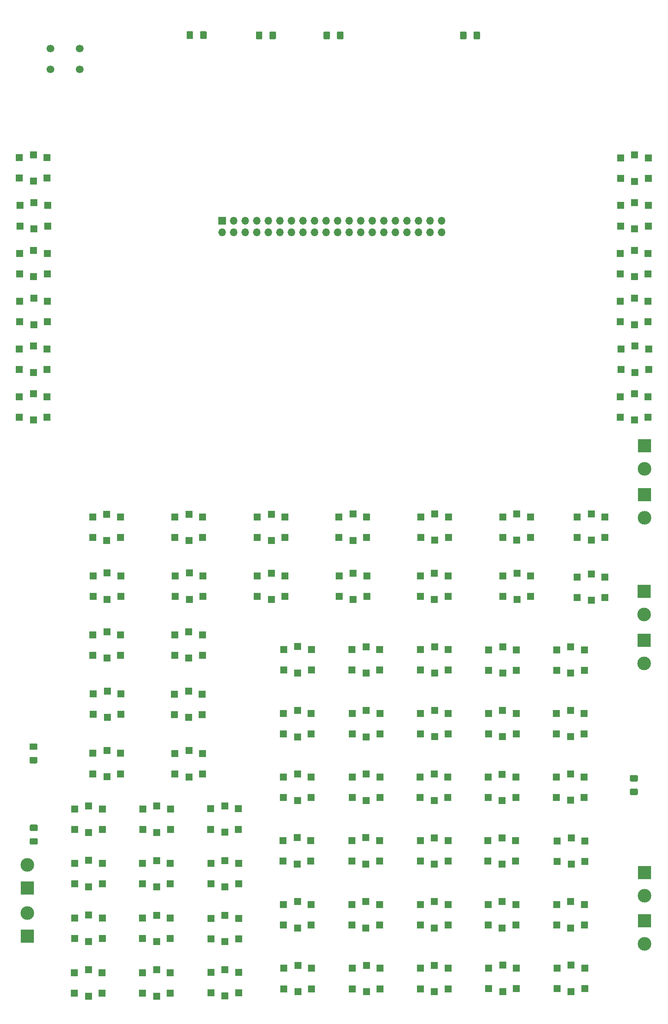
<source format=gbr>
%TF.GenerationSoftware,KiCad,Pcbnew,(5.1.9)-1*%
%TF.CreationDate,2021-06-15T23:19:55+02:00*%
%TF.ProjectId,opena3xx-mcdu,6f70656e-6133-4787-982d-6d6364752e6b,0.1*%
%TF.SameCoordinates,Original*%
%TF.FileFunction,Copper,L1,Top*%
%TF.FilePolarity,Positive*%
%FSLAX46Y46*%
G04 Gerber Fmt 4.6, Leading zero omitted, Abs format (unit mm)*
G04 Created by KiCad (PCBNEW (5.1.9)-1) date 2021-06-15 23:19:55*
%MOMM*%
%LPD*%
G01*
G04 APERTURE LIST*
%TA.AperFunction,ComponentPad*%
%ADD10R,1.524000X1.524000*%
%TD*%
%TA.AperFunction,ComponentPad*%
%ADD11C,3.000000*%
%TD*%
%TA.AperFunction,ComponentPad*%
%ADD12R,3.000000X3.000000*%
%TD*%
%TA.AperFunction,ComponentPad*%
%ADD13C,1.700000*%
%TD*%
%TA.AperFunction,ComponentPad*%
%ADD14O,1.700000X1.700000*%
%TD*%
%TA.AperFunction,ComponentPad*%
%ADD15R,1.700000X1.700000*%
%TD*%
G04 APERTURE END LIST*
D10*
%TO.P,SW74,*%
%TO.N,*%
X207048600Y-161327600D03*
%TO.P,SW74,1*%
%TO.N,Net-(J9-Pad1)*%
X213148600Y-161327600D03*
%TO.P,SW74,*%
%TO.N,*%
X207048600Y-165827600D03*
%TO.P,SW74,2*%
%TO.N,Net-(J9-Pad2)*%
X213148600Y-165827600D03*
%TO.P,SW74,3*%
%TO.N,N/C*%
X210148600Y-160677600D03*
%TO.P,SW74,4*%
X210148600Y-166477600D03*
%TD*%
D11*
%TO.P,J9,2*%
%TO.N,Net-(J9-Pad2)*%
X310261000Y-167589200D03*
D12*
%TO.P,J9,1*%
%TO.N,Net-(J9-Pad1)*%
X310261000Y-162509200D03*
%TD*%
D10*
%TO.P,SW73,*%
%TO.N,*%
X279184600Y-135419600D03*
%TO.P,SW73,1*%
%TO.N,Net-(J8-Pad1)*%
X285284600Y-135419600D03*
%TO.P,SW73,*%
%TO.N,*%
X279184600Y-139919600D03*
%TO.P,SW73,2*%
%TO.N,Net-(J8-Pad2)*%
X285284600Y-139919600D03*
%TO.P,SW73,3*%
%TO.N,N/C*%
X282284600Y-134769600D03*
%TO.P,SW73,4*%
X282284600Y-140569600D03*
%TD*%
%TO.P,SW17,4*%
%TO.N,Net-(SW17-Pad4)*%
X264250600Y-140570000D03*
%TO.P,SW17,3*%
%TO.N,Net-(SW16-Pad4)*%
X264250600Y-134770000D03*
%TO.P,SW17,2*%
%TO.N,GND*%
X267250600Y-139920000D03*
%TO.P,SW17,*%
%TO.N,*%
X261150600Y-139920000D03*
%TO.P,SW17,1*%
%TO.N,/BUS1-0*%
X267250600Y-135420000D03*
%TO.P,SW17,*%
%TO.N,*%
X261150600Y-135420000D03*
%TD*%
D11*
%TO.P,J8,2*%
%TO.N,Net-(J8-Pad2)*%
X310261000Y-156895800D03*
D12*
%TO.P,J8,1*%
%TO.N,Net-(J8-Pad1)*%
X310261000Y-151815800D03*
%TD*%
D10*
%TO.P,SW3,4*%
%TO.N,Net-(R13-Pad1)*%
X176026240Y-82657600D03*
%TO.P,SW3,3*%
%TO.N,Net-(SW2-Pad4)*%
X176026240Y-76857600D03*
%TO.P,SW3,2*%
%TO.N,GND*%
X179026240Y-82007600D03*
%TO.P,SW3,*%
%TO.N,*%
X172926240Y-82007600D03*
%TO.P,SW3,1*%
%TO.N,/BUS0-2*%
X179026240Y-77507600D03*
%TO.P,SW3,*%
%TO.N,*%
X172926240Y-77507600D03*
%TD*%
%TO.P,SW72,4*%
%TO.N,Net-(R44-Pad1)*%
X298693000Y-153777600D03*
%TO.P,SW72,3*%
%TO.N,Net-(SW71-Pad4)*%
X298693000Y-147977600D03*
%TO.P,SW72,2*%
%TO.N,Net-(J7-Pad2)*%
X301693000Y-153127600D03*
%TO.P,SW72,*%
%TO.N,*%
X295593000Y-153127600D03*
%TO.P,SW72,1*%
%TO.N,Net-(J7-Pad1)*%
X301693000Y-148627600D03*
%TO.P,SW72,*%
%TO.N,*%
X295593000Y-148627600D03*
%TD*%
%TO.P,SW71,4*%
%TO.N,Net-(SW71-Pad4)*%
X298693000Y-140569600D03*
%TO.P,SW71,3*%
%TO.N,+12V*%
X298693000Y-134769600D03*
%TO.P,SW71,2*%
%TO.N,Net-(J6-Pad2)*%
X301693000Y-139919600D03*
%TO.P,SW71,*%
%TO.N,*%
X295593000Y-139919600D03*
%TO.P,SW71,1*%
%TO.N,Net-(J6-Pad1)*%
X301693000Y-135419600D03*
%TO.P,SW71,*%
%TO.N,*%
X295593000Y-135419600D03*
%TD*%
D11*
%TO.P,J7,2*%
%TO.N,Net-(J7-Pad2)*%
X310349900Y-124841000D03*
D12*
%TO.P,J7,1*%
%TO.N,Net-(J7-Pad1)*%
X310349900Y-119761000D03*
%TD*%
D11*
%TO.P,J6,2*%
%TO.N,Net-(J6-Pad2)*%
X310349900Y-135636000D03*
D12*
%TO.P,J6,1*%
%TO.N,Net-(J6-Pad1)*%
X310349900Y-130556000D03*
%TD*%
D10*
%TO.P,SW25,4*%
%TO.N,Net-(SW25-Pad4)*%
X188152600Y-204755000D03*
%TO.P,SW25,3*%
%TO.N,+12V*%
X188152600Y-198955000D03*
%TO.P,SW25,2*%
%TO.N,GND*%
X191152600Y-204105000D03*
%TO.P,SW25,*%
%TO.N,*%
X185052600Y-204105000D03*
%TO.P,SW25,1*%
%TO.N,/BUS1-8*%
X191152600Y-199605000D03*
%TO.P,SW25,*%
%TO.N,*%
X185052600Y-199605000D03*
%TD*%
D13*
%TO.P,SW100,1*%
%TO.N,GND*%
X179705000Y-37033200D03*
%TO.P,SW100,2*%
X186205000Y-37033200D03*
%TO.P,SW100,3*%
%TO.N,RESET_SWITCH*%
X179705000Y-32533200D03*
%TO.P,SW100,4*%
X186205000Y-32533200D03*
%TD*%
D10*
%TO.P,SW70,4*%
%TO.N,Net-(R36-Pad1)*%
X192139600Y-192538000D03*
%TO.P,SW70,3*%
%TO.N,+12V*%
X192139600Y-186738000D03*
%TO.P,SW70,2*%
%TO.N,GND*%
X195139600Y-191888000D03*
%TO.P,SW70,*%
%TO.N,*%
X189039600Y-191888000D03*
%TO.P,SW70,1*%
%TO.N,/BUS4-5*%
X195139600Y-187388000D03*
%TO.P,SW70,*%
%TO.N,*%
X189039600Y-187388000D03*
%TD*%
%TO.P,SW69,4*%
%TO.N,Net-(R35-Pad1)*%
X192241600Y-179482000D03*
%TO.P,SW69,3*%
%TO.N,Net-(SW68-Pad4)*%
X192241600Y-173682000D03*
%TO.P,SW69,2*%
%TO.N,GND*%
X195241600Y-178832000D03*
%TO.P,SW69,*%
%TO.N,*%
X189141600Y-178832000D03*
%TO.P,SW69,1*%
%TO.N,/BUS4-4*%
X195241600Y-174332000D03*
%TO.P,SW69,*%
%TO.N,*%
X189141600Y-174332000D03*
%TD*%
%TO.P,SW68,4*%
%TO.N,Net-(SW68-Pad4)*%
X210199600Y-192563000D03*
%TO.P,SW68,3*%
%TO.N,Net-(SW67-Pad4)*%
X210199600Y-186763000D03*
%TO.P,SW68,2*%
%TO.N,GND*%
X213199600Y-191913000D03*
%TO.P,SW68,*%
%TO.N,*%
X207099600Y-191913000D03*
%TO.P,SW68,1*%
%TO.N,/BUS4-3*%
X213199600Y-187413000D03*
%TO.P,SW68,*%
%TO.N,*%
X207099600Y-187413000D03*
%TD*%
%TO.P,SW67,4*%
%TO.N,Net-(SW67-Pad4)*%
X210123600Y-179508000D03*
%TO.P,SW67,3*%
%TO.N,+12V*%
X210123600Y-173708000D03*
%TO.P,SW67,2*%
%TO.N,GND*%
X213123600Y-178858000D03*
%TO.P,SW67,*%
%TO.N,*%
X207023600Y-178858000D03*
%TO.P,SW67,1*%
%TO.N,/BUS4-2*%
X213123600Y-174358000D03*
%TO.P,SW67,*%
%TO.N,*%
X207023600Y-174358000D03*
%TD*%
%TO.P,SW66,4*%
%TO.N,Net-(R34-Pad1)*%
X294222600Y-239757000D03*
%TO.P,SW66,3*%
%TO.N,Net-(SW65-Pad4)*%
X294222600Y-233957000D03*
%TO.P,SW66,2*%
%TO.N,GND*%
X297222600Y-239107000D03*
%TO.P,SW66,*%
%TO.N,*%
X291122600Y-239107000D03*
%TO.P,SW66,1*%
%TO.N,/BUS4-1*%
X297222600Y-234607000D03*
%TO.P,SW66,*%
%TO.N,*%
X291122600Y-234607000D03*
%TD*%
%TO.P,SW65,4*%
%TO.N,Net-(SW65-Pad4)*%
X279185600Y-239757000D03*
%TO.P,SW65,3*%
%TO.N,Net-(SW64-Pad4)*%
X279185600Y-233957000D03*
%TO.P,SW65,2*%
%TO.N,GND*%
X282185600Y-239107000D03*
%TO.P,SW65,*%
%TO.N,*%
X276085600Y-239107000D03*
%TO.P,SW65,1*%
%TO.N,/BUS4-0*%
X282185600Y-234607000D03*
%TO.P,SW65,*%
%TO.N,*%
X276085600Y-234607000D03*
%TD*%
%TO.P,SW64,4*%
%TO.N,Net-(SW64-Pad4)*%
X264174600Y-239782000D03*
%TO.P,SW64,3*%
%TO.N,+12V*%
X264174600Y-233982000D03*
%TO.P,SW64,2*%
%TO.N,GND*%
X267174600Y-239132000D03*
%TO.P,SW64,*%
%TO.N,*%
X261074600Y-239132000D03*
%TO.P,SW64,1*%
%TO.N,/BUS3-15*%
X267174600Y-234632000D03*
%TO.P,SW64,*%
%TO.N,*%
X261074600Y-234632000D03*
%TD*%
%TO.P,SW63,4*%
%TO.N,Net-(R33-Pad1)*%
X249213600Y-239782000D03*
%TO.P,SW63,3*%
%TO.N,Net-(SW62-Pad4)*%
X249213600Y-233982000D03*
%TO.P,SW63,2*%
%TO.N,GND*%
X252213600Y-239132000D03*
%TO.P,SW63,*%
%TO.N,*%
X246113600Y-239132000D03*
%TO.P,SW63,1*%
%TO.N,/BUS3-14*%
X252213600Y-234632000D03*
%TO.P,SW63,*%
%TO.N,*%
X246113600Y-234632000D03*
%TD*%
%TO.P,SW62,4*%
%TO.N,Net-(SW62-Pad4)*%
X234151600Y-239782000D03*
%TO.P,SW62,3*%
%TO.N,Net-(SW61-Pad4)*%
X234151600Y-233982000D03*
%TO.P,SW62,2*%
%TO.N,GND*%
X237151600Y-239132000D03*
%TO.P,SW62,*%
%TO.N,*%
X231051600Y-239132000D03*
%TO.P,SW62,1*%
%TO.N,/BUS3-13*%
X237151600Y-234632000D03*
%TO.P,SW62,*%
%TO.N,*%
X231051600Y-234632000D03*
%TD*%
%TO.P,SW61,4*%
%TO.N,Net-(SW61-Pad4)*%
X294146600Y-225787000D03*
%TO.P,SW61,3*%
%TO.N,+12V*%
X294146600Y-219987000D03*
%TO.P,SW61,2*%
%TO.N,GND*%
X297146600Y-225137000D03*
%TO.P,SW61,*%
%TO.N,*%
X291046600Y-225137000D03*
%TO.P,SW61,1*%
%TO.N,/BUS3-12*%
X297146600Y-220637000D03*
%TO.P,SW61,*%
%TO.N,*%
X291046600Y-220637000D03*
%TD*%
%TO.P,SW60,4*%
%TO.N,Net-(R32-Pad1)*%
X279058600Y-225761000D03*
%TO.P,SW60,3*%
%TO.N,Net-(SW59-Pad4)*%
X279058600Y-219961000D03*
%TO.P,SW60,2*%
%TO.N,GND*%
X282058600Y-225111000D03*
%TO.P,SW60,*%
%TO.N,*%
X275958600Y-225111000D03*
%TO.P,SW60,1*%
%TO.N,/BUS3-11*%
X282058600Y-220611000D03*
%TO.P,SW60,*%
%TO.N,*%
X275958600Y-220611000D03*
%TD*%
%TO.P,SW59,4*%
%TO.N,Net-(SW59-Pad4)*%
X264174600Y-225787000D03*
%TO.P,SW59,3*%
%TO.N,Net-(SW58-Pad4)*%
X264174600Y-219987000D03*
%TO.P,SW59,2*%
%TO.N,GND*%
X267174600Y-225137000D03*
%TO.P,SW59,*%
%TO.N,*%
X261074600Y-225137000D03*
%TO.P,SW59,1*%
%TO.N,/BUS3-10*%
X267174600Y-220637000D03*
%TO.P,SW59,*%
%TO.N,*%
X261074600Y-220637000D03*
%TD*%
%TO.P,SW58,4*%
%TO.N,Net-(SW58-Pad4)*%
X249086600Y-225787000D03*
%TO.P,SW58,3*%
%TO.N,+12V*%
X249086600Y-219987000D03*
%TO.P,SW58,2*%
%TO.N,GND*%
X252086600Y-225137000D03*
%TO.P,SW58,*%
%TO.N,*%
X245986600Y-225137000D03*
%TO.P,SW58,1*%
%TO.N,/BUS3-9*%
X252086600Y-220637000D03*
%TO.P,SW58,*%
%TO.N,*%
X245986600Y-220637000D03*
%TD*%
%TO.P,SW57,4*%
%TO.N,Net-(R31-Pad1)*%
X234049600Y-225761000D03*
%TO.P,SW57,3*%
%TO.N,Net-(SW56-Pad4)*%
X234049600Y-219961000D03*
%TO.P,SW57,2*%
%TO.N,GND*%
X237049600Y-225111000D03*
%TO.P,SW57,*%
%TO.N,*%
X230949600Y-225111000D03*
%TO.P,SW57,1*%
%TO.N,/BUS3-8*%
X237049600Y-220611000D03*
%TO.P,SW57,*%
%TO.N,*%
X230949600Y-220611000D03*
%TD*%
%TO.P,SW56,4*%
%TO.N,Net-(SW56-Pad4)*%
X294247600Y-211766000D03*
%TO.P,SW56,3*%
%TO.N,Net-(SW55-Pad4)*%
X294247600Y-205966000D03*
%TO.P,SW56,2*%
%TO.N,GND*%
X297247600Y-211116000D03*
%TO.P,SW56,*%
%TO.N,*%
X291147600Y-211116000D03*
%TO.P,SW56,1*%
%TO.N,/BUS3-7*%
X297247600Y-206616000D03*
%TO.P,SW56,*%
%TO.N,*%
X291147600Y-206616000D03*
%TD*%
%TO.P,SW55,4*%
%TO.N,Net-(SW55-Pad4)*%
X279033600Y-211740000D03*
%TO.P,SW55,3*%
%TO.N,+12V*%
X279033600Y-205940000D03*
%TO.P,SW55,2*%
%TO.N,GND*%
X282033600Y-211090000D03*
%TO.P,SW55,*%
%TO.N,*%
X275933600Y-211090000D03*
%TO.P,SW55,1*%
%TO.N,/BUS3-6*%
X282033600Y-206590000D03*
%TO.P,SW55,*%
%TO.N,*%
X275933600Y-206590000D03*
%TD*%
%TO.P,SW54,4*%
%TO.N,Net-(R30-Pad1)*%
X264174600Y-211740000D03*
%TO.P,SW54,3*%
%TO.N,Net-(SW53-Pad4)*%
X264174600Y-205940000D03*
%TO.P,SW54,2*%
%TO.N,GND*%
X267174600Y-211090000D03*
%TO.P,SW54,*%
%TO.N,*%
X261074600Y-211090000D03*
%TO.P,SW54,1*%
%TO.N,/BUS3-5*%
X267174600Y-206590000D03*
%TO.P,SW54,*%
%TO.N,*%
X261074600Y-206590000D03*
%TD*%
%TO.P,SW53,4*%
%TO.N,Net-(SW53-Pad4)*%
X249086600Y-211715000D03*
%TO.P,SW53,3*%
%TO.N,Net-(SW52-Pad4)*%
X249086600Y-205915000D03*
%TO.P,SW53,2*%
%TO.N,GND*%
X252086600Y-211065000D03*
%TO.P,SW53,*%
%TO.N,*%
X245986600Y-211065000D03*
%TO.P,SW53,1*%
%TO.N,/BUS3-4*%
X252086600Y-206565000D03*
%TO.P,SW53,*%
%TO.N,*%
X245986600Y-206565000D03*
%TD*%
%TO.P,SW52,4*%
%TO.N,Net-(SW52-Pad4)*%
X233973600Y-211715000D03*
%TO.P,SW52,3*%
%TO.N,+12V*%
X233973600Y-205915000D03*
%TO.P,SW52,2*%
%TO.N,GND*%
X236973600Y-211065000D03*
%TO.P,SW52,*%
%TO.N,*%
X230873600Y-211065000D03*
%TO.P,SW52,1*%
%TO.N,/BUS3-3*%
X236973600Y-206565000D03*
%TO.P,SW52,*%
%TO.N,*%
X230873600Y-206565000D03*
%TD*%
%TO.P,SW51,4*%
%TO.N,Net-(R29-Pad1)*%
X294120600Y-197720000D03*
%TO.P,SW51,3*%
%TO.N,Net-(SW50-Pad4)*%
X294120600Y-191920000D03*
%TO.P,SW51,2*%
%TO.N,GND*%
X297120600Y-197070000D03*
%TO.P,SW51,*%
%TO.N,*%
X291020600Y-197070000D03*
%TO.P,SW51,1*%
%TO.N,/BUS3-2*%
X297120600Y-192570000D03*
%TO.P,SW51,*%
%TO.N,*%
X291020600Y-192570000D03*
%TD*%
%TO.P,SW50,4*%
%TO.N,Net-(SW50-Pad4)*%
X279084600Y-197770000D03*
%TO.P,SW50,3*%
%TO.N,Net-(SW49-Pad4)*%
X279084600Y-191970000D03*
%TO.P,SW50,2*%
%TO.N,GND*%
X282084600Y-197120000D03*
%TO.P,SW50,*%
%TO.N,*%
X275984600Y-197120000D03*
%TO.P,SW50,1*%
%TO.N,/BUS3-1*%
X282084600Y-192620000D03*
%TO.P,SW50,*%
%TO.N,*%
X275984600Y-192620000D03*
%TD*%
%TO.P,SW49,4*%
%TO.N,Net-(SW49-Pad4)*%
X264148600Y-197745000D03*
%TO.P,SW49,3*%
%TO.N,+12V*%
X264148600Y-191945000D03*
%TO.P,SW49,2*%
%TO.N,GND*%
X267148600Y-197095000D03*
%TO.P,SW49,*%
%TO.N,*%
X261048600Y-197095000D03*
%TO.P,SW49,1*%
%TO.N,/BUS3-0*%
X267148600Y-192595000D03*
%TO.P,SW49,*%
%TO.N,*%
X261048600Y-192595000D03*
%TD*%
%TO.P,SW48,4*%
%TO.N,Net-(R28-Pad1)*%
X249188600Y-197745000D03*
%TO.P,SW48,3*%
%TO.N,Net-(SW47-Pad4)*%
X249188600Y-191945000D03*
%TO.P,SW48,2*%
%TO.N,GND*%
X252188600Y-197095000D03*
%TO.P,SW48,*%
%TO.N,*%
X246088600Y-197095000D03*
%TO.P,SW48,1*%
%TO.N,/BUS2-15*%
X252188600Y-192595000D03*
%TO.P,SW48,*%
%TO.N,*%
X246088600Y-192595000D03*
%TD*%
%TO.P,SW47,4*%
%TO.N,Net-(SW47-Pad4)*%
X234075600Y-197745000D03*
%TO.P,SW47,3*%
%TO.N,Net-(SW46-Pad4)*%
X234075600Y-191945000D03*
%TO.P,SW47,2*%
%TO.N,GND*%
X237075600Y-197095000D03*
%TO.P,SW47,*%
%TO.N,*%
X230975600Y-197095000D03*
%TO.P,SW47,1*%
%TO.N,/BUS2-14*%
X237075600Y-192595000D03*
%TO.P,SW47,*%
%TO.N,*%
X230975600Y-192595000D03*
%TD*%
%TO.P,SW46,4*%
%TO.N,Net-(SW46-Pad4)*%
X294120600Y-183750000D03*
%TO.P,SW46,3*%
%TO.N,+12V*%
X294120600Y-177950000D03*
%TO.P,SW46,2*%
%TO.N,GND*%
X297120600Y-183100000D03*
%TO.P,SW46,*%
%TO.N,*%
X291020600Y-183100000D03*
%TO.P,SW46,1*%
%TO.N,/BUS2-13*%
X297120600Y-178600000D03*
%TO.P,SW46,*%
%TO.N,*%
X291020600Y-178600000D03*
%TD*%
%TO.P,SW45,4*%
%TO.N,Net-(R27-Pad1)*%
X279160600Y-183750000D03*
%TO.P,SW45,3*%
%TO.N,Net-(SW44-Pad4)*%
X279160600Y-177950000D03*
%TO.P,SW45,2*%
%TO.N,GND*%
X282160600Y-183100000D03*
%TO.P,SW45,*%
%TO.N,*%
X276060600Y-183100000D03*
%TO.P,SW45,1*%
%TO.N,/BUS2-12*%
X282160600Y-178600000D03*
%TO.P,SW45,*%
%TO.N,*%
X276060600Y-178600000D03*
%TD*%
%TO.P,SW44,4*%
%TO.N,Net-(SW44-Pad4)*%
X264225600Y-183750000D03*
%TO.P,SW44,3*%
%TO.N,Net-(SW43-Pad4)*%
X264225600Y-177950000D03*
%TO.P,SW44,2*%
%TO.N,GND*%
X267225600Y-183100000D03*
%TO.P,SW44,*%
%TO.N,*%
X261125600Y-183100000D03*
%TO.P,SW44,1*%
%TO.N,/BUS2-11*%
X267225600Y-178600000D03*
%TO.P,SW44,*%
%TO.N,*%
X261125600Y-178600000D03*
%TD*%
%TO.P,SW43,4*%
%TO.N,Net-(SW43-Pad4)*%
X249188600Y-183775000D03*
%TO.P,SW43,3*%
%TO.N,+12V*%
X249188600Y-177975000D03*
%TO.P,SW43,2*%
%TO.N,GND*%
X252188600Y-183125000D03*
%TO.P,SW43,*%
%TO.N,*%
X246088600Y-183125000D03*
%TO.P,SW43,1*%
%TO.N,/BUS2-10*%
X252188600Y-178625000D03*
%TO.P,SW43,*%
%TO.N,*%
X246088600Y-178625000D03*
%TD*%
%TO.P,SW42,4*%
%TO.N,Net-(R26-Pad1)*%
X234049600Y-183775000D03*
%TO.P,SW42,3*%
%TO.N,Net-(SW41-Pad4)*%
X234049600Y-177975000D03*
%TO.P,SW42,2*%
%TO.N,GND*%
X237049600Y-183125000D03*
%TO.P,SW42,*%
%TO.N,*%
X230949600Y-183125000D03*
%TO.P,SW42,1*%
%TO.N,/BUS2-9*%
X237049600Y-178625000D03*
%TO.P,SW42,*%
%TO.N,*%
X230949600Y-178625000D03*
%TD*%
%TO.P,SW41,4*%
%TO.N,Net-(SW41-Pad4)*%
X294146600Y-169780000D03*
%TO.P,SW41,3*%
%TO.N,Net-(SW40-Pad4)*%
X294146600Y-163980000D03*
%TO.P,SW41,2*%
%TO.N,GND*%
X297146600Y-169130000D03*
%TO.P,SW41,*%
%TO.N,*%
X291046600Y-169130000D03*
%TO.P,SW41,1*%
%TO.N,/BUS2-8*%
X297146600Y-164630000D03*
%TO.P,SW41,*%
%TO.N,*%
X291046600Y-164630000D03*
%TD*%
%TO.P,SW40,4*%
%TO.N,Net-(SW40-Pad4)*%
X279185600Y-169780000D03*
%TO.P,SW40,3*%
%TO.N,+12V*%
X279185600Y-163980000D03*
%TO.P,SW40,2*%
%TO.N,GND*%
X282185600Y-169130000D03*
%TO.P,SW40,*%
%TO.N,*%
X276085600Y-169130000D03*
%TO.P,SW40,1*%
%TO.N,/BUS2-7*%
X282185600Y-164630000D03*
%TO.P,SW40,*%
%TO.N,*%
X276085600Y-164630000D03*
%TD*%
%TO.P,SW39,4*%
%TO.N,Net-(R25-Pad1)*%
X264225600Y-169754000D03*
%TO.P,SW39,3*%
%TO.N,Net-(SW38-Pad4)*%
X264225600Y-163954000D03*
%TO.P,SW39,2*%
%TO.N,GND*%
X267225600Y-169104000D03*
%TO.P,SW39,*%
%TO.N,*%
X261125600Y-169104000D03*
%TO.P,SW39,1*%
%TO.N,/BUS2-6*%
X267225600Y-164604000D03*
%TO.P,SW39,*%
%TO.N,*%
X261125600Y-164604000D03*
%TD*%
%TO.P,SW38,4*%
%TO.N,Net-(SW38-Pad4)*%
X249137600Y-169754000D03*
%TO.P,SW38,3*%
%TO.N,Net-(SW37-Pad4)*%
X249137600Y-163954000D03*
%TO.P,SW38,2*%
%TO.N,GND*%
X252137600Y-169104000D03*
%TO.P,SW38,*%
%TO.N,*%
X246037600Y-169104000D03*
%TO.P,SW38,1*%
%TO.N,/BUS2-5*%
X252137600Y-164604000D03*
%TO.P,SW38,*%
%TO.N,*%
X246037600Y-164604000D03*
%TD*%
%TO.P,SW37,4*%
%TO.N,Net-(SW37-Pad4)*%
X234126600Y-169729000D03*
%TO.P,SW37,3*%
%TO.N,+12V*%
X234126600Y-163929000D03*
%TO.P,SW37,2*%
%TO.N,GND*%
X237126600Y-169079000D03*
%TO.P,SW37,*%
%TO.N,*%
X231026600Y-169079000D03*
%TO.P,SW37,1*%
%TO.N,/BUS2-4*%
X237126600Y-164579000D03*
%TO.P,SW37,*%
%TO.N,*%
X231026600Y-164579000D03*
%TD*%
%TO.P,SW36,4*%
%TO.N,Net-(R24-Pad1)*%
X218098600Y-240696000D03*
%TO.P,SW36,3*%
%TO.N,Net-(SW35-Pad4)*%
X218098600Y-234896000D03*
%TO.P,SW36,2*%
%TO.N,GND*%
X221098600Y-240046000D03*
%TO.P,SW36,*%
%TO.N,*%
X214998600Y-240046000D03*
%TO.P,SW36,1*%
%TO.N,/BUS2-3*%
X221098600Y-235546000D03*
%TO.P,SW36,*%
%TO.N,*%
X214998600Y-235546000D03*
%TD*%
%TO.P,SW35,4*%
%TO.N,Net-(SW35-Pad4)*%
X203072600Y-240750000D03*
%TO.P,SW35,3*%
%TO.N,Net-(SW34-Pad4)*%
X203072600Y-234950000D03*
%TO.P,SW35,2*%
%TO.N,GND*%
X206072600Y-240100000D03*
%TO.P,SW35,*%
%TO.N,*%
X199972600Y-240100000D03*
%TO.P,SW35,1*%
%TO.N,/BUS2-2*%
X206072600Y-235600000D03*
%TO.P,SW35,*%
%TO.N,*%
X199972600Y-235600000D03*
%TD*%
%TO.P,SW34,4*%
%TO.N,Net-(SW34-Pad4)*%
X188112600Y-240750000D03*
%TO.P,SW34,3*%
%TO.N,+12V*%
X188112600Y-234950000D03*
%TO.P,SW34,2*%
%TO.N,GND*%
X191112600Y-240100000D03*
%TO.P,SW34,*%
%TO.N,*%
X185012600Y-240100000D03*
%TO.P,SW34,1*%
%TO.N,/BUS2-1*%
X191112600Y-235600000D03*
%TO.P,SW34,*%
%TO.N,*%
X185012600Y-235600000D03*
%TD*%
%TO.P,SW33,4*%
%TO.N,Net-(R23-Pad1)*%
X218098600Y-228784000D03*
%TO.P,SW33,3*%
%TO.N,Net-(SW32-Pad4)*%
X218098600Y-222984000D03*
%TO.P,SW33,2*%
%TO.N,GND*%
X221098600Y-228134000D03*
%TO.P,SW33,*%
%TO.N,*%
X214998600Y-228134000D03*
%TO.P,SW33,1*%
%TO.N,/BUS2-0*%
X221098600Y-223634000D03*
%TO.P,SW33,*%
%TO.N,*%
X214998600Y-223634000D03*
%TD*%
%TO.P,SW32,4*%
%TO.N,Net-(SW32-Pad4)*%
X203061600Y-228758000D03*
%TO.P,SW32,3*%
%TO.N,Net-(SW31-Pad4)*%
X203061600Y-222958000D03*
%TO.P,SW32,2*%
%TO.N,GND*%
X206061600Y-228108000D03*
%TO.P,SW32,*%
%TO.N,*%
X199961600Y-228108000D03*
%TO.P,SW32,1*%
%TO.N,/BUS1-15*%
X206061600Y-223608000D03*
%TO.P,SW32,*%
%TO.N,*%
X199961600Y-223608000D03*
%TD*%
%TO.P,SW31,4*%
%TO.N,Net-(SW31-Pad4)*%
X188126600Y-228733000D03*
%TO.P,SW31,3*%
%TO.N,+12V*%
X188126600Y-222933000D03*
%TO.P,SW31,2*%
%TO.N,GND*%
X191126600Y-228083000D03*
%TO.P,SW31,*%
%TO.N,*%
X185026600Y-228083000D03*
%TO.P,SW31,1*%
%TO.N,/BUS1-14*%
X191126600Y-223583000D03*
%TO.P,SW31,*%
%TO.N,*%
X185026600Y-223583000D03*
%TD*%
%TO.P,SW30,4*%
%TO.N,Net-(R22-Pad1)*%
X218124600Y-216744000D03*
%TO.P,SW30,3*%
%TO.N,Net-(SW29-Pad4)*%
X218124600Y-210944000D03*
%TO.P,SW30,2*%
%TO.N,GND*%
X221124600Y-216094000D03*
%TO.P,SW30,*%
%TO.N,*%
X215024600Y-216094000D03*
%TO.P,SW30,1*%
%TO.N,/BUS1-13*%
X221124600Y-211594000D03*
%TO.P,SW30,*%
%TO.N,*%
X215024600Y-211594000D03*
%TD*%
%TO.P,SW29,4*%
%TO.N,Net-(SW29-Pad4)*%
X203061600Y-216744000D03*
%TO.P,SW29,3*%
%TO.N,Net-(SW28-Pad4)*%
X203061600Y-210944000D03*
%TO.P,SW29,2*%
%TO.N,GND*%
X206061600Y-216094000D03*
%TO.P,SW29,*%
%TO.N,*%
X199961600Y-216094000D03*
%TO.P,SW29,1*%
%TO.N,/BUS1-12*%
X206061600Y-211594000D03*
%TO.P,SW29,*%
%TO.N,*%
X199961600Y-211594000D03*
%TD*%
%TO.P,SW28,4*%
%TO.N,Net-(SW28-Pad4)*%
X188126600Y-216719000D03*
%TO.P,SW28,3*%
%TO.N,+12V*%
X188126600Y-210919000D03*
%TO.P,SW28,2*%
%TO.N,GND*%
X191126600Y-216069000D03*
%TO.P,SW28,*%
%TO.N,*%
X185026600Y-216069000D03*
%TO.P,SW28,1*%
%TO.N,/BUS1-11*%
X191126600Y-211569000D03*
%TO.P,SW28,*%
%TO.N,*%
X185026600Y-211569000D03*
%TD*%
%TO.P,SW27,4*%
%TO.N,Net-(R21-Pad1)*%
X218073600Y-204730000D03*
%TO.P,SW27,3*%
%TO.N,Net-(SW26-Pad4)*%
X218073600Y-198930000D03*
%TO.P,SW27,2*%
%TO.N,GND*%
X221073600Y-204080000D03*
%TO.P,SW27,*%
%TO.N,*%
X214973600Y-204080000D03*
%TO.P,SW27,1*%
%TO.N,/BUS1-10*%
X221073600Y-199580000D03*
%TO.P,SW27,*%
%TO.N,*%
X214973600Y-199580000D03*
%TD*%
%TO.P,SW26,4*%
%TO.N,Net-(SW26-Pad4)*%
X203112600Y-204755000D03*
%TO.P,SW26,3*%
%TO.N,Net-(SW25-Pad4)*%
X203112600Y-198955000D03*
%TO.P,SW26,2*%
%TO.N,GND*%
X206112600Y-204105000D03*
%TO.P,SW26,*%
%TO.N,*%
X200012600Y-204105000D03*
%TO.P,SW26,1*%
%TO.N,/BUS1-9*%
X206112600Y-199605000D03*
%TO.P,SW26,*%
%TO.N,*%
X200012600Y-199605000D03*
%TD*%
%TO.P,SW24,4*%
%TO.N,Net-(R20-Pad1)*%
X192165600Y-166478000D03*
%TO.P,SW24,3*%
%TO.N,Net-(SW23-Pad4)*%
X192165600Y-160678000D03*
%TO.P,SW24,2*%
%TO.N,GND*%
X195165600Y-165828000D03*
%TO.P,SW24,*%
%TO.N,*%
X189065600Y-165828000D03*
%TO.P,SW24,1*%
%TO.N,/BUS1-7*%
X195165600Y-161328000D03*
%TO.P,SW24,*%
%TO.N,*%
X189065600Y-161328000D03*
%TD*%
%TO.P,SW23,4*%
%TO.N,Net-(SW23-Pad4)*%
X282309600Y-153574000D03*
%TO.P,SW23,3*%
%TO.N,Net-(SW22-Pad4)*%
X282309600Y-147774000D03*
%TO.P,SW23,2*%
%TO.N,GND*%
X285309600Y-152924000D03*
%TO.P,SW23,*%
%TO.N,*%
X279209600Y-152924000D03*
%TO.P,SW23,1*%
%TO.N,/BUS1-6*%
X285309600Y-148424000D03*
%TO.P,SW23,*%
%TO.N,*%
X279209600Y-148424000D03*
%TD*%
%TO.P,SW22,4*%
%TO.N,Net-(SW22-Pad4)*%
X264174600Y-153574000D03*
%TO.P,SW22,3*%
%TO.N,+12V*%
X264174600Y-147774000D03*
%TO.P,SW22,2*%
%TO.N,GND*%
X267174600Y-152924000D03*
%TO.P,SW22,*%
%TO.N,*%
X261074600Y-152924000D03*
%TO.P,SW22,1*%
%TO.N,/BUS1-5*%
X267174600Y-148424000D03*
%TO.P,SW22,*%
%TO.N,*%
X261074600Y-148424000D03*
%TD*%
%TO.P,SW21,4*%
%TO.N,Net-(R19-Pad1)*%
X246292600Y-153574000D03*
%TO.P,SW21,3*%
%TO.N,Net-(SW20-Pad4)*%
X246292600Y-147774000D03*
%TO.P,SW21,2*%
%TO.N,GND*%
X249292600Y-152924000D03*
%TO.P,SW21,*%
%TO.N,*%
X243192600Y-152924000D03*
%TO.P,SW21,1*%
%TO.N,/BUS1-4*%
X249292600Y-148424000D03*
%TO.P,SW21,*%
%TO.N,*%
X243192600Y-148424000D03*
%TD*%
%TO.P,SW20,4*%
%TO.N,Net-(SW20-Pad4)*%
X228309600Y-153574000D03*
%TO.P,SW20,3*%
%TO.N,Net-(SW19-Pad4)*%
X228309600Y-147774000D03*
%TO.P,SW20,2*%
%TO.N,GND*%
X231309600Y-152924000D03*
%TO.P,SW20,*%
%TO.N,*%
X225209600Y-152924000D03*
%TO.P,SW20,1*%
%TO.N,/BUS1-3*%
X231309600Y-148424000D03*
%TO.P,SW20,*%
%TO.N,*%
X225209600Y-148424000D03*
%TD*%
%TO.P,SW19,4*%
%TO.N,Net-(SW19-Pad4)*%
X210275600Y-153549000D03*
%TO.P,SW19,3*%
%TO.N,+12V*%
X210275600Y-147749000D03*
%TO.P,SW19,2*%
%TO.N,GND*%
X213275600Y-152899000D03*
%TO.P,SW19,*%
%TO.N,*%
X207175600Y-152899000D03*
%TO.P,SW19,1*%
%TO.N,/BUS1-2*%
X213275600Y-148399000D03*
%TO.P,SW19,*%
%TO.N,*%
X207175600Y-148399000D03*
%TD*%
%TO.P,SW18,4*%
%TO.N,Net-(R18-Pad1)*%
X192190600Y-153549000D03*
%TO.P,SW18,3*%
%TO.N,Net-(SW17-Pad4)*%
X192190600Y-147749000D03*
%TO.P,SW18,2*%
%TO.N,GND*%
X195190600Y-152899000D03*
%TO.P,SW18,*%
%TO.N,*%
X189090600Y-152899000D03*
%TO.P,SW18,1*%
%TO.N,/BUS1-1*%
X195190600Y-148399000D03*
%TO.P,SW18,*%
%TO.N,*%
X189090600Y-148399000D03*
%TD*%
%TO.P,SW16,4*%
%TO.N,Net-(SW16-Pad4)*%
X246267600Y-140595000D03*
%TO.P,SW16,3*%
%TO.N,+12V*%
X246267600Y-134795000D03*
%TO.P,SW16,2*%
%TO.N,GND*%
X249267600Y-139945000D03*
%TO.P,SW16,*%
%TO.N,*%
X243167600Y-139945000D03*
%TO.P,SW16,1*%
%TO.N,/BUS0-15*%
X249267600Y-135445000D03*
%TO.P,SW16,*%
%TO.N,*%
X243167600Y-135445000D03*
%TD*%
%TO.P,SW15,4*%
%TO.N,Net-(R17-Pad1)*%
X228309600Y-140620000D03*
%TO.P,SW15,3*%
%TO.N,Net-(SW14-Pad4)*%
X228309600Y-134820000D03*
%TO.P,SW15,2*%
%TO.N,GND*%
X231309600Y-139970000D03*
%TO.P,SW15,*%
%TO.N,*%
X225209600Y-139970000D03*
%TO.P,SW15,1*%
%TO.N,/BUS0-14*%
X231309600Y-135470000D03*
%TO.P,SW15,*%
%TO.N,*%
X225209600Y-135470000D03*
%TD*%
%TO.P,SW14,4*%
%TO.N,Net-(SW14-Pad4)*%
X210199600Y-140620000D03*
%TO.P,SW14,3*%
%TO.N,Net-(SW13-Pad4)*%
X210199600Y-134820000D03*
%TO.P,SW14,2*%
%TO.N,GND*%
X213199600Y-139970000D03*
%TO.P,SW14,*%
%TO.N,*%
X207099600Y-139970000D03*
%TO.P,SW14,1*%
%TO.N,/BUS0-13*%
X213199600Y-135470000D03*
%TO.P,SW14,*%
%TO.N,*%
X207099600Y-135470000D03*
%TD*%
%TO.P,SW13,4*%
%TO.N,Net-(SW13-Pad4)*%
X192114600Y-140620000D03*
%TO.P,SW13,3*%
%TO.N,+12V*%
X192114600Y-134820000D03*
%TO.P,SW13,2*%
%TO.N,GND*%
X195114600Y-139970000D03*
%TO.P,SW13,*%
%TO.N,*%
X189014600Y-139970000D03*
%TO.P,SW13,1*%
%TO.N,/BUS0-12*%
X195114600Y-135470000D03*
%TO.P,SW13,*%
%TO.N,*%
X189014600Y-135470000D03*
%TD*%
%TO.P,SW12,4*%
%TO.N,Net-(R16-Pad1)*%
X308141800Y-114153600D03*
%TO.P,SW12,3*%
%TO.N,Net-(SW11-Pad4)*%
X308141800Y-108353600D03*
%TO.P,SW12,2*%
%TO.N,GND*%
X311141800Y-113503600D03*
%TO.P,SW12,*%
%TO.N,*%
X305041800Y-113503600D03*
%TO.P,SW12,1*%
%TO.N,/BUS0-11*%
X311141800Y-109003600D03*
%TO.P,SW12,*%
%TO.N,*%
X305041800Y-109003600D03*
%TD*%
%TO.P,SW11,4*%
%TO.N,Net-(SW11-Pad4)*%
X308294200Y-103688800D03*
%TO.P,SW11,3*%
%TO.N,Net-(SW10-Pad4)*%
X308294200Y-97888800D03*
%TO.P,SW11,2*%
%TO.N,GND*%
X311294200Y-103038800D03*
%TO.P,SW11,*%
%TO.N,*%
X305194200Y-103038800D03*
%TO.P,SW11,1*%
%TO.N,/BUS0-10*%
X311294200Y-98538800D03*
%TO.P,SW11,*%
%TO.N,*%
X305194200Y-98538800D03*
%TD*%
%TO.P,SW10,4*%
%TO.N,Net-(SW10-Pad4)*%
X308141800Y-93173200D03*
%TO.P,SW10,3*%
%TO.N,+12V*%
X308141800Y-87373200D03*
%TO.P,SW10,2*%
%TO.N,GND*%
X311141800Y-92523200D03*
%TO.P,SW10,*%
%TO.N,*%
X305041800Y-92523200D03*
%TO.P,SW10,1*%
%TO.N,/BUS0-9*%
X311141800Y-88023200D03*
%TO.P,SW10,*%
%TO.N,*%
X305041800Y-88023200D03*
%TD*%
%TO.P,SW9,4*%
%TO.N,Net-(R15-Pad1)*%
X308157040Y-82657600D03*
%TO.P,SW9,3*%
%TO.N,Net-(SW8-Pad4)*%
X308157040Y-76857600D03*
%TO.P,SW9,2*%
%TO.N,GND*%
X311157040Y-82007600D03*
%TO.P,SW9,*%
%TO.N,*%
X305057040Y-82007600D03*
%TO.P,SW9,1*%
%TO.N,/BUS0-8*%
X311157040Y-77507600D03*
%TO.P,SW9,*%
%TO.N,*%
X305057040Y-77507600D03*
%TD*%
%TO.P,SW8,4*%
%TO.N,Net-(SW8-Pad4)*%
X308192600Y-72142000D03*
%TO.P,SW8,3*%
%TO.N,Net-(SW7-Pad4)*%
X308192600Y-66342000D03*
%TO.P,SW8,2*%
%TO.N,GND*%
X311192600Y-71492000D03*
%TO.P,SW8,*%
%TO.N,*%
X305092600Y-71492000D03*
%TO.P,SW8,1*%
%TO.N,/BUS0-7*%
X311192600Y-66992000D03*
%TO.P,SW8,*%
%TO.N,*%
X305092600Y-66992000D03*
%TD*%
%TO.P,SW7,4*%
%TO.N,Net-(SW7-Pad4)*%
X308192600Y-61677200D03*
%TO.P,SW7,3*%
%TO.N,+12V*%
X308192600Y-55877200D03*
%TO.P,SW7,2*%
%TO.N,GND*%
X311192600Y-61027200D03*
%TO.P,SW7,*%
%TO.N,*%
X305092600Y-61027200D03*
%TO.P,SW7,1*%
%TO.N,/BUS0-6*%
X311192600Y-56527200D03*
%TO.P,SW7,*%
%TO.N,*%
X305092600Y-56527200D03*
%TD*%
%TO.P,SW6,4*%
%TO.N,Net-(R14-Pad1)*%
X176011000Y-114153600D03*
%TO.P,SW6,3*%
%TO.N,Net-(SW5-Pad4)*%
X176011000Y-108353600D03*
%TO.P,SW6,2*%
%TO.N,GND*%
X179011000Y-113503600D03*
%TO.P,SW6,*%
%TO.N,*%
X172911000Y-113503600D03*
%TO.P,SW6,1*%
%TO.N,/BUS0-5*%
X179011000Y-109003600D03*
%TO.P,SW6,*%
%TO.N,*%
X172911000Y-109003600D03*
%TD*%
%TO.P,SW5,4*%
%TO.N,Net-(SW5-Pad4)*%
X176000840Y-103688800D03*
%TO.P,SW5,3*%
%TO.N,Net-(SW4-Pad4)*%
X176000840Y-97888800D03*
%TO.P,SW5,2*%
%TO.N,GND*%
X179000840Y-103038800D03*
%TO.P,SW5,*%
%TO.N,*%
X172900840Y-103038800D03*
%TO.P,SW5,1*%
%TO.N,/BUS0-4*%
X179000840Y-98538800D03*
%TO.P,SW5,*%
%TO.N,*%
X172900840Y-98538800D03*
%TD*%
%TO.P,SW4,4*%
%TO.N,Net-(SW4-Pad4)*%
X176061800Y-93173200D03*
%TO.P,SW4,3*%
%TO.N,+12V*%
X176061800Y-87373200D03*
%TO.P,SW4,2*%
%TO.N,GND*%
X179061800Y-92523200D03*
%TO.P,SW4,*%
%TO.N,*%
X172961800Y-92523200D03*
%TO.P,SW4,1*%
%TO.N,/BUS0-3*%
X179061800Y-88023200D03*
%TO.P,SW4,*%
%TO.N,*%
X172961800Y-88023200D03*
%TD*%
%TO.P,SW2,4*%
%TO.N,Net-(SW2-Pad4)*%
X176112600Y-72142000D03*
%TO.P,SW2,3*%
%TO.N,Net-(SW1-Pad4)*%
X176112600Y-66342000D03*
%TO.P,SW2,2*%
%TO.N,GND*%
X179112600Y-71492000D03*
%TO.P,SW2,*%
%TO.N,*%
X173012600Y-71492000D03*
%TO.P,SW2,1*%
%TO.N,/BUS0-1*%
X179112600Y-66992000D03*
%TO.P,SW2,*%
%TO.N,*%
X173012600Y-66992000D03*
%TD*%
%TO.P,SW1,4*%
%TO.N,Net-(SW1-Pad4)*%
X176011000Y-61626400D03*
%TO.P,SW1,3*%
%TO.N,+12V*%
X176011000Y-55826400D03*
%TO.P,SW1,2*%
%TO.N,GND*%
X179011000Y-60976400D03*
%TO.P,SW1,*%
%TO.N,*%
X172911000Y-60976400D03*
%TO.P,SW1,1*%
%TO.N,/BUS0-0*%
X179011000Y-56476400D03*
%TO.P,SW1,*%
%TO.N,*%
X172911000Y-56476400D03*
%TD*%
D11*
%TO.P,J4,2*%
%TO.N,GND*%
X310362600Y-218643000D03*
D12*
%TO.P,J4,1*%
%TO.N,+12V*%
X310362600Y-213563000D03*
%TD*%
D11*
%TO.P,J3,2*%
%TO.N,GND*%
X310362600Y-229260400D03*
D12*
%TO.P,J3,1*%
%TO.N,+12V*%
X310362600Y-224180400D03*
%TD*%
D14*
%TO.P,J5,40*%
%TO.N,N/C*%
X265785200Y-72847200D03*
%TO.P,J5,39*%
X265785200Y-70307200D03*
%TO.P,J5,38*%
X263245200Y-72847200D03*
%TO.P,J5,37*%
X263245200Y-70307200D03*
%TO.P,J5,36*%
%TO.N,INT_BUS_0*%
X260705200Y-72847200D03*
%TO.P,J5,35*%
%TO.N,N/C*%
X260705200Y-70307200D03*
%TO.P,J5,34*%
X258165200Y-72847200D03*
%TO.P,J5,33*%
X258165200Y-70307200D03*
%TO.P,J5,32*%
X255625200Y-72847200D03*
%TO.P,J5,31*%
%TO.N,GENERAL_LED*%
X255625200Y-70307200D03*
%TO.P,J5,30*%
%TO.N,N/C*%
X253085200Y-72847200D03*
%TO.P,J5,29*%
%TO.N,FAULT_LED*%
X253085200Y-70307200D03*
%TO.P,J5,28*%
%TO.N,N/C*%
X250545200Y-72847200D03*
%TO.P,J5,27*%
X250545200Y-70307200D03*
%TO.P,J5,26*%
%TO.N,RESET_SWITCH*%
X248005200Y-72847200D03*
%TO.P,J5,25*%
%TO.N,N/C*%
X248005200Y-70307200D03*
%TO.P,J5,24*%
X245465200Y-72847200D03*
%TO.P,J5,23*%
X245465200Y-70307200D03*
%TO.P,J5,22*%
X242925200Y-72847200D03*
%TO.P,J5,21*%
X242925200Y-70307200D03*
%TO.P,J5,20*%
X240385200Y-72847200D03*
%TO.P,J5,19*%
X240385200Y-70307200D03*
%TO.P,J5,18*%
%TO.N,INT_BUS_4*%
X237845200Y-72847200D03*
%TO.P,J5,17*%
%TO.N,N/C*%
X237845200Y-70307200D03*
%TO.P,J5,16*%
%TO.N,INT_BUS_3*%
X235305200Y-72847200D03*
%TO.P,J5,15*%
%TO.N,INT_BUS_2*%
X235305200Y-70307200D03*
%TO.P,J5,14*%
%TO.N,N/C*%
X232765200Y-72847200D03*
%TO.P,J5,13*%
X232765200Y-70307200D03*
%TO.P,J5,12*%
%TO.N,BUSES_RESET*%
X230225200Y-72847200D03*
%TO.P,J5,11*%
%TO.N,INT_BUS_1*%
X230225200Y-70307200D03*
%TO.P,J5,10*%
%TO.N,N/C*%
X227685200Y-72847200D03*
%TO.P,J5,9*%
X227685200Y-70307200D03*
%TO.P,J5,8*%
X225145200Y-72847200D03*
%TO.P,J5,7*%
%TO.N,SIGNAL_LED*%
X225145200Y-70307200D03*
%TO.P,J5,6*%
%TO.N,GND*%
X222605200Y-72847200D03*
%TO.P,J5,5*%
%TO.N,SCL*%
X222605200Y-70307200D03*
%TO.P,J5,4*%
%TO.N,+5V*%
X220065200Y-72847200D03*
%TO.P,J5,3*%
%TO.N,SDA*%
X220065200Y-70307200D03*
%TO.P,J5,2*%
%TO.N,+5V*%
X217525200Y-72847200D03*
D15*
%TO.P,J5,1*%
%TO.N,N/C*%
X217525200Y-70307200D03*
%TD*%
D11*
%TO.P,J2,2*%
%TO.N,GND*%
X174662600Y-211925200D03*
D12*
%TO.P,J2,1*%
%TO.N,+5V*%
X174662600Y-217005200D03*
%TD*%
D11*
%TO.P,J1,2*%
%TO.N,GND*%
X174662600Y-222529400D03*
D12*
%TO.P,J1,1*%
%TO.N,+5V*%
X174662600Y-227609400D03*
%TD*%
%TO.P,D11,2*%
%TO.N,/BUS4-12*%
%TA.AperFunction,SMDPad,CuDef*%
G36*
G01*
X176684600Y-204470000D02*
X175434600Y-204470000D01*
G75*
G02*
X175184600Y-204220000I0J250000D01*
G01*
X175184600Y-203295000D01*
G75*
G02*
X175434600Y-203045000I250000J0D01*
G01*
X176684600Y-203045000D01*
G75*
G02*
X176934600Y-203295000I0J-250000D01*
G01*
X176934600Y-204220000D01*
G75*
G02*
X176684600Y-204470000I-250000J0D01*
G01*
G37*
%TD.AperFunction*%
%TO.P,D11,1*%
%TO.N,Net-(D11-Pad1)*%
%TA.AperFunction,SMDPad,CuDef*%
G36*
G01*
X176684600Y-207445000D02*
X175434600Y-207445000D01*
G75*
G02*
X175184600Y-207195000I0J250000D01*
G01*
X175184600Y-206270000D01*
G75*
G02*
X175434600Y-206020000I250000J0D01*
G01*
X176684600Y-206020000D01*
G75*
G02*
X176934600Y-206270000I0J-250000D01*
G01*
X176934600Y-207195000D01*
G75*
G02*
X176684600Y-207445000I-250000J0D01*
G01*
G37*
%TD.AperFunction*%
%TD*%
%TO.P,D10,2*%
%TO.N,/BUS4-11*%
%TA.AperFunction,SMDPad,CuDef*%
G36*
G01*
X308650800Y-193585800D02*
X307400800Y-193585800D01*
G75*
G02*
X307150800Y-193335800I0J250000D01*
G01*
X307150800Y-192410800D01*
G75*
G02*
X307400800Y-192160800I250000J0D01*
G01*
X308650800Y-192160800D01*
G75*
G02*
X308900800Y-192410800I0J-250000D01*
G01*
X308900800Y-193335800D01*
G75*
G02*
X308650800Y-193585800I-250000J0D01*
G01*
G37*
%TD.AperFunction*%
%TO.P,D10,1*%
%TO.N,Net-(D10-Pad1)*%
%TA.AperFunction,SMDPad,CuDef*%
G36*
G01*
X308650800Y-196560800D02*
X307400800Y-196560800D01*
G75*
G02*
X307150800Y-196310800I0J250000D01*
G01*
X307150800Y-195385800D01*
G75*
G02*
X307400800Y-195135800I250000J0D01*
G01*
X308650800Y-195135800D01*
G75*
G02*
X308900800Y-195385800I0J-250000D01*
G01*
X308900800Y-196310800D01*
G75*
G02*
X308650800Y-196560800I-250000J0D01*
G01*
G37*
%TD.AperFunction*%
%TD*%
%TO.P,D9,2*%
%TO.N,/BUS4-10*%
%TA.AperFunction,SMDPad,CuDef*%
G36*
G01*
X176621600Y-186626200D02*
X175371600Y-186626200D01*
G75*
G02*
X175121600Y-186376200I0J250000D01*
G01*
X175121600Y-185451200D01*
G75*
G02*
X175371600Y-185201200I250000J0D01*
G01*
X176621600Y-185201200D01*
G75*
G02*
X176871600Y-185451200I0J-250000D01*
G01*
X176871600Y-186376200D01*
G75*
G02*
X176621600Y-186626200I-250000J0D01*
G01*
G37*
%TD.AperFunction*%
%TO.P,D9,1*%
%TO.N,Net-(D9-Pad1)*%
%TA.AperFunction,SMDPad,CuDef*%
G36*
G01*
X176621600Y-189601200D02*
X175371600Y-189601200D01*
G75*
G02*
X175121600Y-189351200I0J250000D01*
G01*
X175121600Y-188426200D01*
G75*
G02*
X175371600Y-188176200I250000J0D01*
G01*
X176621600Y-188176200D01*
G75*
G02*
X176871600Y-188426200I0J-250000D01*
G01*
X176871600Y-189351200D01*
G75*
G02*
X176621600Y-189601200I-250000J0D01*
G01*
G37*
%TD.AperFunction*%
%TD*%
%TO.P,D8,2*%
%TO.N,/BUS4-9*%
%TA.AperFunction,SMDPad,CuDef*%
G36*
G01*
X242748600Y-30228700D02*
X242748600Y-28978700D01*
G75*
G02*
X242998600Y-28728700I250000J0D01*
G01*
X243923600Y-28728700D01*
G75*
G02*
X244173600Y-28978700I0J-250000D01*
G01*
X244173600Y-30228700D01*
G75*
G02*
X243923600Y-30478700I-250000J0D01*
G01*
X242998600Y-30478700D01*
G75*
G02*
X242748600Y-30228700I0J250000D01*
G01*
G37*
%TD.AperFunction*%
%TO.P,D8,1*%
%TO.N,Net-(D8-Pad1)*%
%TA.AperFunction,SMDPad,CuDef*%
G36*
G01*
X239773600Y-30228700D02*
X239773600Y-28978700D01*
G75*
G02*
X240023600Y-28728700I250000J0D01*
G01*
X240948600Y-28728700D01*
G75*
G02*
X241198600Y-28978700I0J-250000D01*
G01*
X241198600Y-30228700D01*
G75*
G02*
X240948600Y-30478700I-250000J0D01*
G01*
X240023600Y-30478700D01*
G75*
G02*
X239773600Y-30228700I0J250000D01*
G01*
G37*
%TD.AperFunction*%
%TD*%
%TO.P,D7,2*%
%TO.N,/BUS4-8*%
%TA.AperFunction,SMDPad,CuDef*%
G36*
G01*
X227888600Y-30228700D02*
X227888600Y-28978700D01*
G75*
G02*
X228138600Y-28728700I250000J0D01*
G01*
X229063600Y-28728700D01*
G75*
G02*
X229313600Y-28978700I0J-250000D01*
G01*
X229313600Y-30228700D01*
G75*
G02*
X229063600Y-30478700I-250000J0D01*
G01*
X228138600Y-30478700D01*
G75*
G02*
X227888600Y-30228700I0J250000D01*
G01*
G37*
%TD.AperFunction*%
%TO.P,D7,1*%
%TO.N,Net-(D7-Pad1)*%
%TA.AperFunction,SMDPad,CuDef*%
G36*
G01*
X224913600Y-30228700D02*
X224913600Y-28978700D01*
G75*
G02*
X225163600Y-28728700I250000J0D01*
G01*
X226088600Y-28728700D01*
G75*
G02*
X226338600Y-28978700I0J-250000D01*
G01*
X226338600Y-30228700D01*
G75*
G02*
X226088600Y-30478700I-250000J0D01*
G01*
X225163600Y-30478700D01*
G75*
G02*
X224913600Y-30228700I0J250000D01*
G01*
G37*
%TD.AperFunction*%
%TD*%
%TO.P,D6,2*%
%TO.N,/BUS4-7*%
%TA.AperFunction,SMDPad,CuDef*%
G36*
G01*
X272783600Y-30228700D02*
X272783600Y-28978700D01*
G75*
G02*
X273033600Y-28728700I250000J0D01*
G01*
X273958600Y-28728700D01*
G75*
G02*
X274208600Y-28978700I0J-250000D01*
G01*
X274208600Y-30228700D01*
G75*
G02*
X273958600Y-30478700I-250000J0D01*
G01*
X273033600Y-30478700D01*
G75*
G02*
X272783600Y-30228700I0J250000D01*
G01*
G37*
%TD.AperFunction*%
%TO.P,D6,1*%
%TO.N,Net-(D6-Pad1)*%
%TA.AperFunction,SMDPad,CuDef*%
G36*
G01*
X269808600Y-30228700D02*
X269808600Y-28978700D01*
G75*
G02*
X270058600Y-28728700I250000J0D01*
G01*
X270983600Y-28728700D01*
G75*
G02*
X271233600Y-28978700I0J-250000D01*
G01*
X271233600Y-30228700D01*
G75*
G02*
X270983600Y-30478700I-250000J0D01*
G01*
X270058600Y-30478700D01*
G75*
G02*
X269808600Y-30228700I0J250000D01*
G01*
G37*
%TD.AperFunction*%
%TD*%
%TO.P,D5,2*%
%TO.N,/BUS4-6*%
%TA.AperFunction,SMDPad,CuDef*%
G36*
G01*
X212648600Y-30165200D02*
X212648600Y-28915200D01*
G75*
G02*
X212898600Y-28665200I250000J0D01*
G01*
X213823600Y-28665200D01*
G75*
G02*
X214073600Y-28915200I0J-250000D01*
G01*
X214073600Y-30165200D01*
G75*
G02*
X213823600Y-30415200I-250000J0D01*
G01*
X212898600Y-30415200D01*
G75*
G02*
X212648600Y-30165200I0J250000D01*
G01*
G37*
%TD.AperFunction*%
%TO.P,D5,1*%
%TO.N,Net-(D5-Pad1)*%
%TA.AperFunction,SMDPad,CuDef*%
G36*
G01*
X209673600Y-30165200D02*
X209673600Y-28915200D01*
G75*
G02*
X209923600Y-28665200I250000J0D01*
G01*
X210848600Y-28665200D01*
G75*
G02*
X211098600Y-28915200I0J-250000D01*
G01*
X211098600Y-30165200D01*
G75*
G02*
X210848600Y-30415200I-250000J0D01*
G01*
X209923600Y-30415200D01*
G75*
G02*
X209673600Y-30165200I0J250000D01*
G01*
G37*
%TD.AperFunction*%
%TD*%
M02*

</source>
